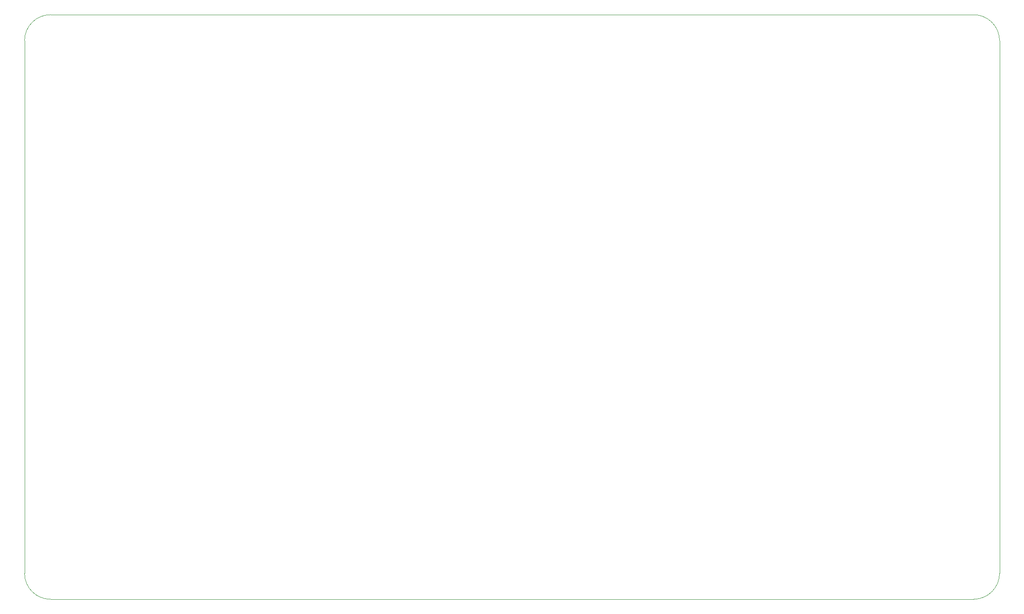
<source format=gbr>
%TF.GenerationSoftware,KiCad,Pcbnew,9.0.4*%
%TF.CreationDate,2026-01-14T14:58:22-05:00*%
%TF.ProjectId,Datta Lab Humidity Chamber PCB,44617474-6120-44c6-9162-2048756d6964,1.0*%
%TF.SameCoordinates,Original*%
%TF.FileFunction,Profile,NP*%
%FSLAX46Y46*%
G04 Gerber Fmt 4.6, Leading zero omitted, Abs format (unit mm)*
G04 Created by KiCad (PCBNEW 9.0.4) date 2026-01-14 14:58:22*
%MOMM*%
%LPD*%
G01*
G04 APERTURE LIST*
%TA.AperFunction,Profile*%
%ADD10C,0.050000*%
%TD*%
G04 APERTURE END LIST*
D10*
X220980000Y-35560000D02*
X40640000Y-35560000D01*
X40640000Y-149860000D02*
X220980000Y-149860000D01*
X35560000Y-40640000D02*
X35560000Y-144780000D01*
X226060000Y-40640000D02*
X226060000Y-144780000D01*
X220980000Y-35560000D02*
G75*
G02*
X226060000Y-40640000I0J-5080000D01*
G01*
X226060000Y-144780000D02*
G75*
G02*
X220980000Y-149860000I-5080000J0D01*
G01*
X40640000Y-149860000D02*
G75*
G02*
X35560000Y-144780000I0J5080000D01*
G01*
X35560000Y-40640000D02*
G75*
G02*
X40640000Y-35560000I5080000J0D01*
G01*
M02*

</source>
